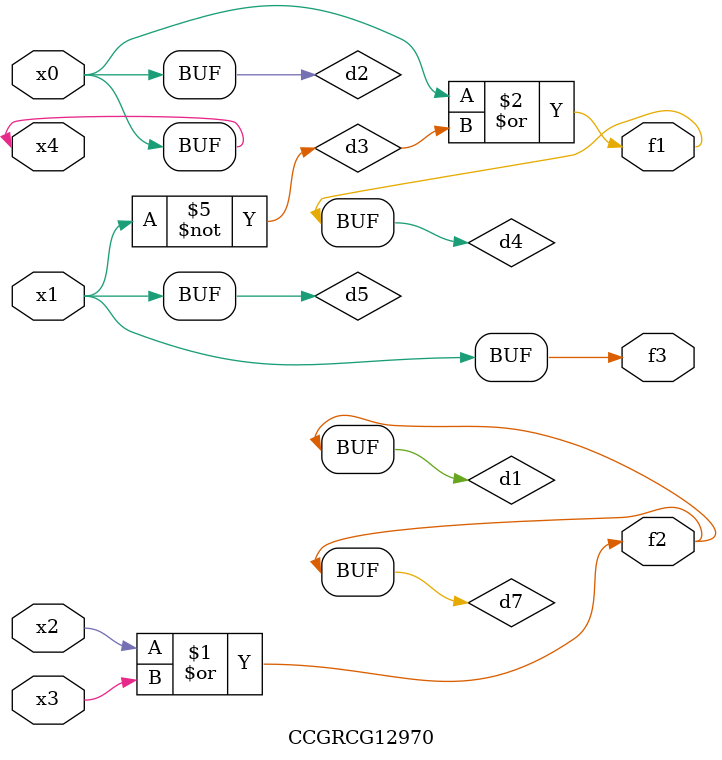
<source format=v>
module CCGRCG12970(
	input x0, x1, x2, x3, x4,
	output f1, f2, f3
);

	wire d1, d2, d3, d4, d5, d6, d7;

	or (d1, x2, x3);
	buf (d2, x0, x4);
	not (d3, x1);
	or (d4, d2, d3);
	not (d5, d3);
	nand (d6, d1, d3);
	or (d7, d1);
	assign f1 = d4;
	assign f2 = d7;
	assign f3 = d5;
endmodule

</source>
